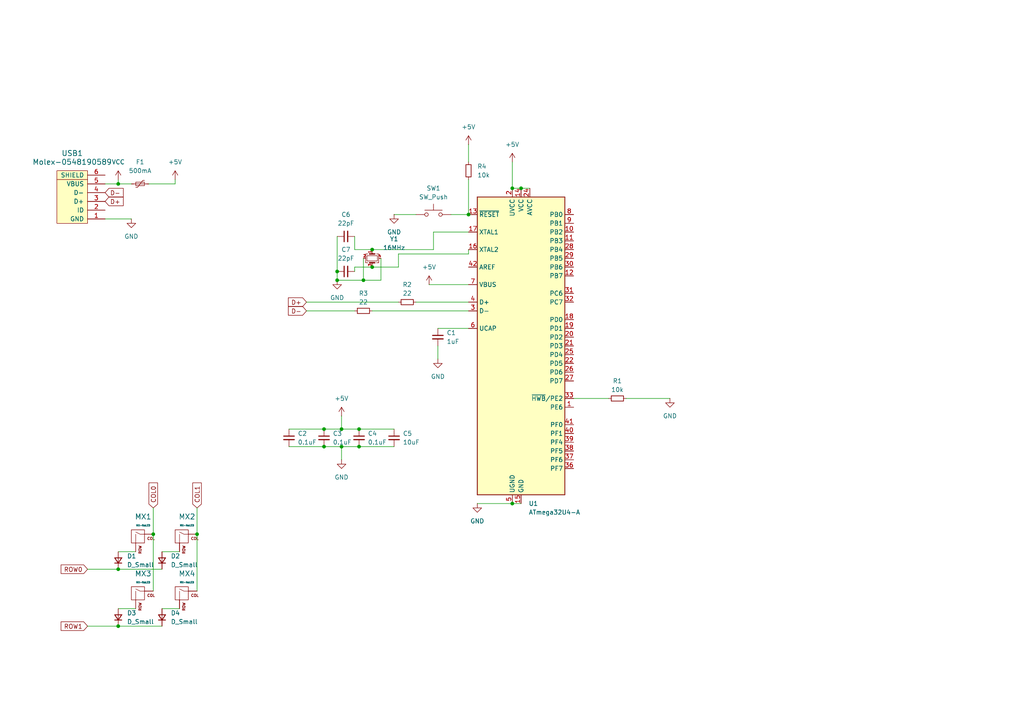
<source format=kicad_sch>
(kicad_sch (version 20231120) (generator "eeschema") (generator_version "8.0")
  (paper "A4")
  (lib_symbols
    (symbol "Device:C_Small" (pin_numbers hide) (pin_names (offset 0.254) hide)
      (property "Reference" "C" (at 0.254 1.778 0))
      (property "Value" "C_Small" (at 0.254 -2.032 0))
      (symbol "C_Small_0_1"
        (polyline (pts (xy -1.524 -0.508) (xy 1.524 -0.508)) (stroke (width 0.3302)))
        (polyline (pts (xy -1.524 0.508) (xy 1.524 0.508)) (stroke (width 0.3048)))
      )
      (symbol "C_Small_1_1"
        (pin passive line (at 0 2.54 270) (length 2.032) (name "~") (number "1"))
        (pin passive line (at 0 -2.54 90) (length 2.032) (name "~") (number "2"))
      )
    )
    (symbol "Device:Crystal_GND24_Small" (pin_names (offset 1.016) hide)
      (property "Reference" "Y" (at 1.27 4.445 0))
      (property "Value" "Crystal_GND24_Small" (at 1.27 2.54 0))
      (symbol "Crystal_GND24_Small_0_1"
        (rectangle (start -0.762 -1.524) (end 0.762 1.524))
        (polyline (pts (xy -1.27 -0.762) (xy -1.27 0.762)) (stroke (width 0.381)))
        (polyline (pts (xy 1.27 -0.762) (xy 1.27 0.762)) (stroke (width 0.381)))
        (polyline (pts (xy -1.27 -1.27) (xy -1.27 -1.905) (xy 1.27 -1.905) (xy 1.27 -1.27)))
        (polyline (pts (xy -1.27 1.27) (xy -1.27 1.905) (xy 1.27 1.905) (xy 1.27 1.27)))
      )
      (symbol "Crystal_GND24_Small_1_1"
        (pin passive line (at -2.54 0 0) (length 1.27) (name "1") (number "1"))
        (pin passive line (at 0 -2.54 90) (length 0.635) (name "2") (number "2"))
        (pin passive line (at 2.54 0 180) (length 1.27) (name "3") (number "3"))
        (pin passive line (at 0 2.54 270) (length 0.635) (name "4") (number "4"))
      )
    )
    (symbol "Device:D_Small" (pin_numbers hide) (pin_names (offset 0.254) hide)
      (property "Reference" "D" (at -1.27 2.032 0))
      (property "Value" "D_Small" (at -3.81 -2.032 0))
      (symbol "D_Small_0_1"
        (polyline (pts (xy -0.762 -1.016) (xy -0.762 1.016)) (stroke (width 0.254)))
        (polyline (pts (xy -0.762 0) (xy 0.762 0)))
        (polyline (pts (xy 0.762 -1.016) (xy -0.762 0) (xy 0.762 1.016) (xy 0.762 -1.016)) (stroke (width 0.254)))
      )
      (symbol "D_Small_1_1"
        (pin passive line (at -2.54 0 0) (length 1.778) (name "K") (number "1"))
        (pin passive line (at 2.54 0 180) (length 1.778) (name "A") (number "2"))
      )
    )
    (symbol "Device:Polyfuse_Small" (pin_numbers hide) (pin_names (offset 0))
      (property "Reference" "F" (at -1.905 0 90))
      (property "Value" "Polyfuse_Small" (at 1.905 0 90))
      (symbol "Polyfuse_Small_0_1"
        (rectangle (start -0.508 1.27) (end 0.508 -1.27))
        (polyline (pts (xy 0 2.54) (xy 0 -2.54)))
        (polyline (pts (xy -1.016 1.27) (xy -1.016 0.762) (xy 1.016 -0.762) (xy 1.016 -1.27)))
      )
      (symbol "Polyfuse_Small_1_1"
        (pin passive line (at 0 2.54 270) (length 0.635) (name "~") (number "1"))
        (pin passive line (at 0 -2.54 90) (length 0.635) (name "~") (number "2"))
      )
    )
    (symbol "Device:R_Small" (pin_numbers hide) (pin_names (offset 0.254) hide)
      (property "Reference" "R" (at 0.762 0.508 0))
      (property "Value" "R_Small" (at 0.762 -1.016 0))
      (symbol "R_Small_0_1"
        (rectangle (start -0.762 1.778) (end 0.762 -1.778) (stroke (width 0.2032)))
      )
      (symbol "R_Small_1_1"
        (pin passive line (at 0 2.54 270) (length 0.762) (name "~") (number "1"))
        (pin passive line (at 0 -2.54 90) (length 0.762) (name "~") (number "2"))
      )
    )
    (symbol "MCU_Microchip_ATmega:ATmega32U4-A"
      (property "Reference" "U" (at -12.7 44.45 0))
      (property "Value" "ATmega32U4-A" (at 2.54 -44.45 0))
      (symbol "ATmega32U4-A_0_1"
        (rectangle (start -12.7 -43.18) (end 12.7 43.18) (stroke (width 0.254)) (fill (type background)))
      )
      (symbol "ATmega32U4-A_1_1"
        (pin bidirectional line (at 15.24 -17.78 180) (length 2.54) (name "PE6") (number "1"))
        (pin bidirectional line (at 15.24 33.02 180) (length 2.54) (name "PB2") (number "10"))
        (pin bidirectional line (at 15.24 30.48 180) (length 2.54) (name "PB3") (number "11"))
        (pin bidirectional line (at 15.24 20.32 180) (length 2.54) (name "PB7") (number "12"))
        (pin input line (at -15.24 38.1 0) (length 2.54) (name "~{RESET}") (number "13"))
        (pin power_in line (at 0 45.72 270) (length 2.54) (name "VCC") (number "14"))
        (pin power_in line (at 0 -45.72 90) (length 2.54) (name "GND") (number "15"))
        (pin output line (at -15.24 27.94 0) (length 2.54) (name "XTAL2") (number "16"))
        (pin input line (at -15.24 33.02 0) (length 2.54) (name "XTAL1") (number "17"))
        (pin bidirectional line (at 15.24 7.62 180) (length 2.54) (name "PD0") (number "18"))
        (pin bidirectional line (at 15.24 5.08 180) (length 2.54) (name "PD1") (number "19"))
        (pin power_in line (at -2.54 45.72 270) (length 2.54) (name "UVCC") (number "2"))
        (pin bidirectional line (at 15.24 2.54 180) (length 2.54) (name "PD2") (number "20"))
        (pin bidirectional line (at 15.24 0 180) (length 2.54) (name "PD3") (number "21"))
        (pin bidirectional line (at 15.24 -5.08 180) (length 2.54) (name "PD5") (number "22"))
        (pin passive line (at 0 -45.72 90) (length 2.54) hide (name "GND") (number "23"))
        (pin power_in line (at 2.54 45.72 270) (length 2.54) (name "AVCC") (number "24"))
        (pin bidirectional line (at 15.24 -2.54 180) (length 2.54) (name "PD4") (number "25"))
        (pin bidirectional line (at 15.24 -7.62 180) (length 2.54) (name "PD6") (number "26"))
        (pin bidirectional line (at 15.24 -10.16 180) (length 2.54) (name "PD7") (number "27"))
        (pin bidirectional line (at 15.24 27.94 180) (length 2.54) (name "PB4") (number "28"))
        (pin bidirectional line (at 15.24 25.4 180) (length 2.54) (name "PB5") (number "29"))
        (pin bidirectional line (at -15.24 10.16 0) (length 2.54) (name "D-") (number "3"))
        (pin bidirectional line (at 15.24 22.86 180) (length 2.54) (name "PB6") (number "30"))
        (pin bidirectional line (at 15.24 15.24 180) (length 2.54) (name "PC6") (number "31"))
        (pin bidirectional line (at 15.24 12.7 180) (length 2.54) (name "PC7") (number "32"))
        (pin bidirectional line (at 15.24 -15.24 180) (length 2.54) (name "~{HWB}/PE2") (number "33"))
        (pin passive line (at 0 45.72 270) (length 2.54) hide (name "VCC") (number "34"))
        (pin passive line (at 0 -45.72 90) (length 2.54) hide (name "GND") (number "35"))
        (pin bidirectional line (at 15.24 -35.56 180) (length 2.54) (name "PF7") (number "36"))
        (pin bidirectional line (at 15.24 -33.02 180) (length 2.54) (name "PF6") (number "37"))
        (pin bidirectional line (at 15.24 -30.48 180) (length 2.54) (name "PF5") (number "38"))
        (pin bidirectional line (at 15.24 -27.94 180) (length 2.54) (name "PF4") (number "39"))
        (pin bidirectional line (at -15.24 12.7 0) (length 2.54) (name "D+") (number "4"))
        (pin bidirectional line (at 15.24 -25.4 180) (length 2.54) (name "PF1") (number "40"))
        (pin bidirectional line (at 15.24 -22.86 180) (length 2.54) (name "PF0") (number "41"))
        (pin passive line (at -15.24 22.86 0) (length 2.54) (name "AREF") (number "42"))
        (pin passive line (at 0 -45.72 90) (length 2.54) hide (name "GND") (number "43"))
        (pin passive line (at 2.54 45.72 270) (length 2.54) hide (name "AVCC") (number "44"))
        (pin passive line (at -2.54 -45.72 90) (length 2.54) (name "UGND") (number "5"))
        (pin passive line (at -15.24 5.08 0) (length 2.54) (name "UCAP") (number "6"))
        (pin input line (at -15.24 17.78 0) (length 2.54) (name "VBUS") (number "7"))
        (pin bidirectional line (at 15.24 38.1 180) (length 2.54) (name "PB0") (number "8"))
        (pin bidirectional line (at 15.24 35.56 180) (length 2.54) (name "PB1") (number "9"))
      )
    )
    (symbol "MX_Alps_Hybrid:MX-NoLED" (pin_names (offset 1.016))
      (property "Reference" "MX" (at -0.635 3.81 0))
      (property "Value" "MX-NoLED" (at -0.635 1.27 0))
      (symbol "MX-NoLED_0_0"
        (rectangle (start -2.54 2.54) (end 1.27 -1.27))
        (polyline (pts (xy -1.27 -1.27) (xy -1.27 1.27)) (stroke (width 0.127)))
        (polyline (pts (xy 1.27 1.27) (xy 0 1.27) (xy -1.27 1.905)) (stroke (width 0.127)))
        (text "COL" (at 3.175 0 0) (effects (font (size 0.762 0.762))))
        (text "ROW" (at 0 -1.905 900) (effects (font (size 0.762 0.762)) (justify right)))
      )
      (symbol "MX-NoLED_1_1"
        (pin passive line (at 3.81 1.27 180) (length 2.54) (name "COL") (number "1"))
        (pin passive line (at -1.27 -3.81 90) (length 2.54) (name "ROW") (number "2"))
      )
    )
    (symbol "Switch:SW_Push" (pin_numbers hide) (pin_names (offset 1.016) hide)
      (property "Reference" "SW" (at 1.27 2.54 0))
      (property "Value" "SW_Push" (at 0 -1.524 0))
      (symbol "SW_Push_0_1"
        (circle (center -2.032 0) (radius 0.508))
        (polyline (pts (xy 0 1.27) (xy 0 3.048)))
        (polyline (pts (xy 2.54 1.27) (xy -2.54 1.27)))
        (circle (center 2.032 0) (radius 0.508))
        (pin passive line (at -5.08 0 0) (length 2.54) (name "1") (number "1"))
        (pin passive line (at 5.08 0 180) (length 2.54) (name "2") (number "2"))
      )
    )
    (symbol "power:+5V" (power) (pin_numbers hide) (pin_names (offset 0) hide)
      (property "Value" "+5V" (at 0 3.556 0))
      (symbol "+5V_0_1"
        (polyline (pts (xy -0.762 1.27) (xy 0 2.54)))
        (polyline (pts (xy 0 0) (xy 0 2.54)))
        (polyline (pts (xy 0 2.54) (xy 0.762 1.27)))
      )
      (symbol "+5V_1_1"
        (pin power_in line (at 0 0 90) (length 0) (name "~") (number "1"))
      )
    )
    (symbol "power:GND" (power) (pin_numbers hide) (pin_names (offset 0) hide)
      (property "Value" "GND" (at 0 -3.81 0))
      (symbol "GND_0_1"
        (polyline (pts (xy 0 0) (xy 0 -1.27) (xy 1.27 -1.27) (xy 0 -2.54) (xy -1.27 -1.27) (xy 0 -1.27)))
      )
      (symbol "GND_1_1"
        (pin power_in line (at 0 0 270) (length 0) (name "~") (number "1"))
      )
    )
    (symbol "power:VCC" (power) (pin_numbers hide) (pin_names (offset 0) hide)
      (property "Value" "VCC" (at 0 3.556 0))
      (symbol "VCC_0_1"
        (polyline (pts (xy -0.762 1.27) (xy 0 2.54)))
        (polyline (pts (xy 0 0) (xy 0 2.54)))
        (polyline (pts (xy 0 2.54) (xy 0.762 1.27)))
      )
      (symbol "VCC_1_1"
        (pin power_in line (at 0 0 90) (length 0) (name "~") (number "1"))
      )
    )
    (symbol "random-keyboard-parts:Molex-0548190589" (pin_names (offset 1.016))
      (property "Reference" "USB" (at 0 7.62 0))
      (property "Value" "Molex-0548190589" (at 0 10.16 0))
      (symbol "Molex-0548190589_0_0"
        (polyline (pts (xy 6.35 -2.54) (xy 6.35 6.35)))
        (rectangle (start 8.89 -2.54) (end -6.35 6.35) (fill (type background)))
      )
      (symbol "Molex-0548190589_1_1"
        (pin input line (at -5.08 -7.62 90) (length 5.08) (name "GND") (number "1"))
        (pin input line (at -2.54 -7.62 90) (length 5.08) (name "ID") (number "2"))
        (pin input line (at 0 -7.62 90) (length 5.08) (name "D+") (number "3"))
        (pin input line (at 2.54 -7.62 90) (length 5.08) (name "D-") (number "4"))
        (pin input line (at 5.08 -7.62 90) (length 5.08) (name "VBUS") (number "5"))
        (pin input line (at 7.62 -7.62 90) (length 5.08) (name "SHIELD") (number "6"))
      )
    )
  )
  (junction (at 107.95 72.39))
  (junction (at 57.15 154.94))
  (junction (at 93.98 124.46))
  (junction (at 34.29 165.1))
  (junction (at 34.29 53.34))
  (junction (at 151.13 54.61))
  (junction (at 99.06 129.54))
  (junction (at 148.59 54.61))
  (junction (at 104.14 129.54))
  (junction (at 97.79 81.28))
  (junction (at 34.29 181.61))
  (junction (at 105.41 81.28))
  (junction (at 135.89 62.23))
  (junction (at 148.59 146.05))
  (junction (at 44.45 154.94))
  (junction (at 99.06 124.46))
  (junction (at 107.95 77.47))
  (junction (at 97.79 78.74))
  (junction (at 93.98 129.54))
  (junction (at 104.14 124.46))
  (wire (pts (xy 127 100.33) (xy 127 104.14)))
  (wire (pts (xy 99.06 129.54) (xy 104.14 129.54)))
  (wire (pts (xy 115.57 73.66) (xy 135.89 73.66)))
  (wire (pts (xy 57.15 147.32) (xy 57.15 154.94)))
  (wire (pts (xy 50.8 52.07) (xy 50.8 53.34)))
  (wire (pts (xy 115.57 77.47) (xy 115.57 73.66)))
  (wire (pts (xy 93.98 124.46) (xy 99.06 124.46)))
  (wire (pts (xy 104.14 124.46) (xy 114.3 124.46)))
  (wire (pts (xy 114.3 62.23) (xy 120.65 62.23)))
  (wire (pts (xy 148.59 54.61) (xy 151.13 54.61)))
  (wire (pts (xy 97.79 68.58) (xy 97.79 78.74)))
  (wire (pts (xy 135.89 41.91) (xy 135.89 46.99)))
  (wire (pts (xy 25.4 181.61) (xy 34.29 181.61)))
  (wire (pts (xy 88.9 90.17) (xy 102.87 90.17)))
  (wire (pts (xy 97.79 81.28) (xy 105.41 81.28)))
  (wire (pts (xy 43.18 53.34) (xy 50.8 53.34)))
  (wire (pts (xy 135.89 52.07) (xy 135.89 62.23)))
  (wire (pts (xy 99.06 129.54) (xy 99.06 133.35)))
  (wire (pts (xy 99.06 124.46) (xy 104.14 124.46)))
  (wire (pts (xy 34.29 53.34) (xy 38.1 53.34)))
  (wire (pts (xy 25.4 165.1) (xy 34.29 165.1)))
  (wire (pts (xy 102.87 77.47) (xy 107.95 77.47)))
  (wire (pts (xy 120.65 87.63) (xy 135.89 87.63)))
  (wire (pts (xy 105.41 74.93) (xy 105.41 81.28)))
  (wire (pts (xy 138.43 146.05) (xy 148.59 146.05)))
  (wire (pts (xy 124.46 82.55) (xy 135.89 82.55)))
  (wire (pts (xy 57.15 154.94) (xy 57.15 171.45)))
  (wire (pts (xy 107.95 77.47) (xy 115.57 77.47)))
  (wire (pts (xy 110.49 74.93) (xy 110.49 81.28)))
  (wire (pts (xy 151.13 54.61) (xy 153.67 54.61)))
  (wire (pts (xy 105.41 81.28) (xy 110.49 81.28)))
  (wire (pts (xy 130.81 62.23) (xy 135.89 62.23)))
  (wire (pts (xy 30.48 63.5) (xy 38.1 63.5)))
  (wire (pts (xy 44.45 154.94) (xy 44.45 171.45)))
  (wire (pts (xy 148.59 146.05) (xy 151.13 146.05)))
  (wire (pts (xy 102.87 78.74) (xy 102.87 77.47)))
  (wire (pts (xy 102.87 72.39) (xy 107.95 72.39)))
  (wire (pts (xy 107.95 90.17) (xy 135.89 90.17)))
  (wire (pts (xy 34.29 52.07) (xy 34.29 53.34)))
  (wire (pts (xy 46.99 160.02) (xy 52.07 160.02)))
  (wire (pts (xy 34.29 176.53) (xy 39.37 176.53)))
  (wire (pts (xy 127 95.25) (xy 135.89 95.25)))
  (wire (pts (xy 181.61 115.57) (xy 194.31 115.57)))
  (wire (pts (xy 99.06 120.65) (xy 99.06 124.46)))
  (wire (pts (xy 135.89 73.66) (xy 135.89 72.39)))
  (wire (pts (xy 34.29 165.1) (xy 46.99 165.1)))
  (wire (pts (xy 104.14 129.54) (xy 114.3 129.54)))
  (wire (pts (xy 93.98 129.54) (xy 99.06 129.54)))
  (wire (pts (xy 30.48 53.34) (xy 34.29 53.34)))
  (wire (pts (xy 88.9 87.63) (xy 115.57 87.63)))
  (wire (pts (xy 148.59 46.99) (xy 148.59 54.61)))
  (wire (pts (xy 97.79 78.74) (xy 97.79 81.28)))
  (wire (pts (xy 125.73 67.31) (xy 135.89 67.31)))
  (wire (pts (xy 83.82 124.46) (xy 93.98 124.46)))
  (wire (pts (xy 166.37 115.57) (xy 176.53 115.57)))
  (wire (pts (xy 107.95 72.39) (xy 125.73 72.39)))
  (wire (pts (xy 102.87 68.58) (xy 102.87 72.39)))
  (wire (pts (xy 125.73 72.39) (xy 125.73 67.31)))
  (wire (pts (xy 46.99 176.53) (xy 52.07 176.53)))
  (wire (pts (xy 83.82 129.54) (xy 93.98 129.54)))
  (wire (pts (xy 44.45 147.32) (xy 44.45 154.94)))
  (wire (pts (xy 34.29 181.61) (xy 46.99 181.61)))
  (wire (pts (xy 34.29 160.02) (xy 39.37 160.02)))
  (global_label "D+" (shape input) (at 88.9 87.63 180) (property "Intersheetrefs" "${INTERSHEET_REFS}" (effects (hide yes))))
  (global_label "D-" (shape input) (at 88.9 90.17 180) (property "Intersheetrefs" "${INTERSHEET_REFS}" (effects (hide yes))))
  (global_label "COL1" (shape input) (at 57.15 147.32 90) (property "Intersheetrefs" "${INTERSHEET_REFS}" (effects (hide yes))))
  (global_label "ROW1" (shape input) (at 25.4 181.61 180) (property "Intersheetrefs" "${INTERSHEET_REFS}" (effects (hide yes))))
  (global_label "D-" (shape input) (at 30.48 55.88 0) (property "Intersheetrefs" "${INTERSHEET_REFS}" (effects (hide yes))))
  (global_label "COL0" (shape input) (at 44.45 147.32 90) (property "Intersheetrefs" "${INTERSHEET_REFS}" (effects (hide yes))))
  (global_label "ROW0" (shape input) (at 25.4 165.1 180) (property "Intersheetrefs" "${INTERSHEET_REFS}" (effects (hide yes))))
  (global_label "D+" (shape input) (at 30.48 58.42 0) (property "Intersheetrefs" "${INTERSHEET_REFS}" (effects (hide yes))))
  (symbol (lib_id "power:GND") (at 194.31 115.57 0) (unit 1)
    (property "Reference" "#PWR03" (effects (hide yes)))
    (property "Value" "GND" (at 194.31 120.65 0))
    (property "Description" "Power symbol creates a global label with name \"GND\" , ground" (effects (hide yes)))
  )
  (symbol (lib_id "MCU_Microchip_ATmega:ATmega32U4-A") (at 151.13 100.33 0) (unit 1)
    (property "Reference" "U1" (at 153.3241 146.05 0) (effects (justify left)))
    (property "Value" "ATmega32U4-A" (at 153.3241 148.59 0) (effects (justify left)))
    (property "Footprint" "Package_QFP:TQFP-44_10x10mm_P0.8mm" (effects (hide yes)))
    (property "Datasheet" "http://ww1.microchip.com/downloads/en/DeviceDoc/Atmel-7766-8-bit-AVR-ATmega16U4-32U4_Datasheet.pdf" (effects (hide yes)))
    (property "Description" "16MHz, 32kB Flash, 2.5kB SRAM, 1kB EEPROM, USB 2.0, TQFP-44" (effects (hide yes)))
  )
  (symbol (lib_id "Device:C_Small") (at 127 97.79 0) (unit 1)
    (property "Reference" "C1" (at 129.54 96.5262 0) (effects (justify left)))
    (property "Value" "1uF" (at 129.54 99.0662 0) (effects (justify left)))
    (property "Footprint" "Capacitor_SMD:C_0805_2012Metric" (effects (hide yes)))
    (property "Description" "Unpolarized capacitor, small symbol" (effects (hide yes)))
  )
  (symbol (lib_id "MX_Alps_Hybrid:MX-NoLED") (at 53.34 172.72 0) (unit 1)
    (property "Reference" "MX4" (at 54.2352 166.37 0) (effects (font (size 1.524 1.524))))
    (property "Value" "MX-NoLED" (at 54.2352 168.91 0) (effects (font (size 0.508 0.508))))
    (property "Footprint" "MX_Alps_Hybrid:MX-1U-NoLED" (effects (hide yes)))
  )
  (symbol (lib_id "Device:R_Small") (at 105.41 90.17 90) (unit 1)
    (property "Reference" "R3" (at 105.41 85.09 90))
    (property "Value" "22" (at 105.41 87.63 90))
    (property "Footprint" "Resistor_SMD:R_0805_2012Metric" (effects (hide yes)))
    (property "Description" "Resistor, small symbol" (effects (hide yes)))
  )
  (symbol (lib_id "Device:R_Small") (at 135.89 49.53 0) (unit 1)
    (property "Reference" "R4" (at 138.43 48.2599 0) (effects (justify left)))
    (property "Value" "10k" (at 138.43 50.7999 0) (effects (justify left)))
    (property "Footprint" "Resistor_SMD:R_0805_2012Metric" (effects (hide yes)))
    (property "Description" "Resistor, small symbol" (effects (hide yes)))
  )
  (symbol (lib_id "power:GND") (at 138.43 146.05 0) (unit 1)
    (property "Reference" "#PWR02" (effects (hide yes)))
    (property "Value" "GND" (at 138.43 151.13 0))
    (property "Description" "Power symbol creates a global label with name \"GND\" , ground" (effects (hide yes)))
  )
  (symbol (lib_id "Device:C_Small") (at 93.98 127 0) (unit 1)
    (property "Reference" "C3" (at 96.52 125.7362 0) (effects (justify left)))
    (property "Value" "0.1uF" (at 96.52 128.2762 0) (effects (justify left)))
    (property "Footprint" "Capacitor_SMD:C_0805_2012Metric" (effects (hide yes)))
    (property "Description" "Unpolarized capacitor, small symbol" (effects (hide yes)))
  )
  (symbol (lib_id "power:GND") (at 38.1 63.5 0) (unit 1)
    (property "Reference" "#PWR013" (effects (hide yes)))
    (property "Value" "GND" (at 38.1 68.58 0))
    (property "Description" "Power symbol creates a global label with name \"GND\" , ground" (effects (hide yes)))
  )
  (symbol (lib_id "power:GND") (at 114.3 62.23 0) (unit 1)
    (property "Reference" "#PWR09" (effects (hide yes)))
    (property "Value" "GND" (at 114.3 67.31 0))
    (property "Description" "Power symbol creates a global label with name \"GND\" , ground" (effects (hide yes)))
  )
  (symbol (lib_id "Device:C_Small") (at 114.3 127 0) (unit 1)
    (property "Reference" "C5" (at 116.84 125.7362 0) (effects (justify left)))
    (property "Value" "10uF" (at 116.84 128.2762 0) (effects (justify left)))
    (property "Footprint" "Capacitor_SMD:C_0805_2012Metric" (effects (hide yes)))
    (property "Description" "Unpolarized capacitor, small symbol" (effects (hide yes)))
  )
  (symbol (lib_id "MX_Alps_Hybrid:MX-NoLED") (at 40.64 156.21 0) (unit 1)
    (property "Reference" "MX1" (at 41.5352 149.86 0) (effects (font (size 1.524 1.524))))
    (property "Value" "MX-NoLED" (at 41.5352 152.4 0) (effects (font (size 0.508 0.508))))
    (property "Footprint" "MX_Alps_Hybrid:MX-1U-NoLED" (effects (hide yes)))
  )
  (symbol (lib_id "Device:D_Small") (at 34.29 179.07 90) (unit 1)
    (property "Reference" "D3" (at 36.83 177.7999 90) (effects (justify right)))
    (property "Value" "D_Small" (at 36.83 180.3399 90) (effects (justify right)))
    (property "Footprint" "Diode_SMD:D_SOD-123" (effects (hide yes)))
    (property "Description" "Diode, small symbol" (effects (hide yes)))
    (property "Sim.Device" "D" (effects (hide yes)))
    (property "Sim.Pins" "1=K 2=A" (effects (hide yes)))
  )
  (symbol (lib_id "Device:D_Small") (at 46.99 162.56 90) (unit 1)
    (property "Reference" "D2" (at 49.53 161.2899 90) (effects (justify right)))
    (property "Value" "D_Small" (at 49.53 163.8299 90) (effects (justify right)))
    (property "Footprint" "Diode_SMD:D_SOD-123" (effects (hide yes)))
    (property "Description" "Diode, small symbol" (effects (hide yes)))
    (property "Sim.Device" "D" (effects (hide yes)))
    (property "Sim.Pins" "1=K 2=A" (effects (hide yes)))
  )
  (symbol (lib_id "Switch:SW_Push") (at 125.73 62.23 0) (unit 1)
    (property "Reference" "SW1" (at 125.73 54.61 0))
    (property "Value" "SW_Push" (at 125.73 57.15 0))
    (property "Footprint" "random-keyboard-parts:SKQG-1155865" (effects (hide yes)))
    (property "Description" "Push button switch, generic, two pins" (effects (hide yes)))
  )
  (symbol (lib_id "Device:Crystal_GND24_Small") (at 107.95 74.93 270) (unit 1)
    (property "Reference" "Y1" (at 114.3 69.3098 90))
    (property "Value" "16MHz" (at 114.3 71.8498 90))
    (property "Footprint" "Crystal:Crystal_SMD_3225-4Pin_3.2x2.5mm" (effects (hide yes)))
    (property "Description" "Four pin crystal, GND on pins 2 and 4, small symbol" (effects (hide yes)))
  )
  (symbol (lib_id "MX_Alps_Hybrid:MX-NoLED") (at 53.34 156.21 0) (unit 1)
    (property "Reference" "MX2" (at 54.2352 149.86 0) (effects (font (size 1.524 1.524))))
    (property "Value" "MX-NoLED" (at 54.2352 152.4 0) (effects (font (size 0.508 0.508))))
    (property "Footprint" "MX_Alps_Hybrid:MX-1U-NoLED" (effects (hide yes)))
  )
  (symbol (lib_id "power:+5V") (at 99.06 120.65 0) (unit 1)
    (property "Reference" "#PWR06" (effects (hide yes)))
    (property "Value" "+5V" (at 99.06 115.57 0))
    (property "Description" "Power symbol creates a global label with name \"+5V\"" (effects (hide yes)))
  )
  (symbol (lib_id "power:VCC") (at 34.29 52.07 0) (unit 1)
    (property "Reference" "#PWR012" (effects (hide yes)))
    (property "Value" "VCC" (at 34.29 46.99 0))
    (property "Description" "Power symbol creates a global label with name \"VCC\"" (effects (hide yes)))
  )
  (symbol (lib_id "power:GND") (at 127 104.14 0) (unit 1)
    (property "Reference" "#PWR04" (effects (hide yes)))
    (property "Value" "GND" (at 127 109.22 0))
    (property "Description" "Power symbol creates a global label with name \"GND\" , ground" (effects (hide yes)))
  )
  (symbol (lib_id "power:+5V") (at 124.46 82.55 0) (unit 1)
    (property "Reference" "#PWR07" (effects (hide yes)))
    (property "Value" "+5V" (at 124.46 77.47 0))
    (property "Description" "Power symbol creates a global label with name \"+5V\"" (effects (hide yes)))
  )
  (symbol (lib_id "power:+5V") (at 135.89 41.91 0) (unit 1)
    (property "Reference" "#PWR010" (effects (hide yes)))
    (property "Value" "+5V" (at 135.89 36.83 0))
    (property "Description" "Power symbol creates a global label with name \"+5V\"" (effects (hide yes)))
  )
  (symbol (lib_id "random-keyboard-parts:Molex-0548190589") (at 22.86 58.42 90) (unit 1)
    (property "Reference" "USB1" (at 20.955 44.45 90) (effects (font (size 1.524 1.524))))
    (property "Value" "Molex-0548190589" (at 20.955 46.99 90) (effects (font (size 1.524 1.524))))
    (property "Footprint" "random-keyboard-parts:Molex-0548190589" (effects (hide yes)))
  )
  (symbol (lib_id "power:+5V") (at 50.8 52.07 0) (unit 1)
    (property "Reference" "#PWR011" (effects (hide yes)))
    (property "Value" "+5V" (at 50.8 46.99 0))
    (property "Description" "Power symbol creates a global label with name \"+5V\"" (effects (hide yes)))
  )
  (symbol (lib_id "power:+5V") (at 148.59 46.99 0) (unit 1)
    (property "Reference" "#PWR01" (effects (hide yes)))
    (property "Value" "+5V" (at 148.59 41.91 0))
    (property "Description" "Power symbol creates a global label with name \"+5V\"" (effects (hide yes)))
  )
  (symbol (lib_id "Device:C_Small") (at 100.33 68.58 90) (unit 1)
    (property "Reference" "C6" (at 100.3363 62.23 90))
    (property "Value" "22pF" (at 100.3363 64.77 90))
    (property "Footprint" "Capacitor_SMD:C_0805_2012Metric" (effects (hide yes)))
    (property "Description" "Unpolarized capacitor, small symbol" (effects (hide yes)))
  )
  (symbol (lib_id "power:GND") (at 99.06 133.35 0) (unit 1)
    (property "Reference" "#PWR05" (effects (hide yes)))
    (property "Value" "GND" (at 99.06 138.43 0))
    (property "Description" "Power symbol creates a global label with name \"GND\" , ground" (effects (hide yes)))
  )
  (symbol (lib_id "MX_Alps_Hybrid:MX-NoLED") (at 40.64 172.72 0) (unit 1)
    (property "Reference" "MX3" (at 41.5352 166.37 0) (effects (font (size 1.524 1.524))))
    (property "Value" "MX-NoLED" (at 41.5352 168.91 0) (effects (font (size 0.508 0.508))))
    (property "Footprint" "MX_Alps_Hybrid:MX-1U-NoLED" (effects (hide yes)))
  )
  (symbol (lib_id "Device:D_Small") (at 34.29 162.56 90) (unit 1)
    (property "Reference" "D1" (at 36.83 161.2899 90) (effects (justify right)))
    (property "Value" "D_Small" (at 36.83 163.8299 90) (effects (justify right)))
    (property "Footprint" "Diode_SMD:D_SOD-123" (effects (hide yes)))
    (property "Description" "Diode, small symbol" (effects (hide yes)))
    (property "Sim.Device" "D" (effects (hide yes)))
    (property "Sim.Pins" "1=K 2=A" (effects (hide yes)))
  )
  (symbol (lib_id "Device:R_Small") (at 179.07 115.57 270) (unit 1)
    (property "Reference" "R1" (at 179.07 110.49 90))
    (property "Value" "10k" (at 179.07 113.03 90))
    (property "Footprint" "Resistor_SMD:R_0805_2012Metric" (effects (hide yes)))
    (property "Description" "Resistor, small symbol" (effects (hide yes)))
  )
  (symbol (lib_id "Device:Polyfuse_Small") (at 40.64 53.34 90) (unit 1)
    (property "Reference" "F1" (at 40.64 46.99 90))
    (property "Value" "500mA" (at 40.64 49.53 90))
    (property "Footprint" "Fuse:Fuse_1206_3216Metric" (effects (hide yes)))
    (property "Description" "Resettable fuse, polymeric positive temperature coefficient, small symbol" (effects (hide yes)))
  )
  (symbol (lib_id "Device:C_Small") (at 104.14 127 0) (unit 1)
    (property "Reference" "C4" (at 106.68 125.7362 0) (effects (justify left)))
    (property "Value" "0.1uF" (at 106.68 128.2762 0) (effects (justify left)))
    (property "Footprint" "Capacitor_SMD:C_0805_2012Metric" (effects (hide yes)))
    (property "Description" "Unpolarized capacitor, small symbol" (effects (hide yes)))
  )
  (symbol (lib_id "Device:D_Small") (at 46.99 179.07 90) (unit 1)
    (property "Reference" "D4" (at 49.53 177.7999 90) (effects (justify right)))
    (property "Value" "D_Small" (at 49.53 180.3399 90) (effects (justify right)))
    (property "Footprint" "Diode_SMD:D_SOD-123" (effects (hide yes)))
    (property "Description" "Diode, small symbol" (effects (hide yes)))
    (property "Sim.Device" "D" (effects (hide yes)))
    (property "Sim.Pins" "1=K 2=A" (effects (hide yes)))
  )
  (symbol (lib_id "power:GND") (at 97.79 81.28 0) (unit 1)
    (property "Reference" "#PWR08" (effects (hide yes)))
    (property "Value" "GND" (at 97.79 86.36 0))
    (property "Description" "Power symbol creates a global label with name \"GND\" , ground" (effects (hide yes)))
  )
  (symbol (lib_id "Device:C_Small") (at 100.33 78.74 90) (unit 1)
    (property "Reference" "C7" (at 100.3363 72.39 90))
    (property "Value" "22pF" (at 100.3363 74.93 90))
    (property "Footprint" "Capacitor_SMD:C_0805_2012Metric" (effects (hide yes)))
    (property "Description" "Unpolarized capacitor, small symbol" (effects (hide yes)))
  )
  (symbol (lib_id "Device:R_Small") (at 118.11 87.63 90) (unit 1)
    (property "Reference" "R2" (at 118.11 82.55 90))
    (property "Value" "22" (at 118.11 85.09 90))
    (property "Footprint" "Resistor_SMD:R_0805_2012Metric" (effects (hide yes)))
    (property "Description" "Resistor, small symbol" (effects (hide yes)))
  )
  (symbol (lib_id "Device:C_Small") (at 83.82 127 0) (unit 1)
    (property "Reference" "C2" (at 86.36 125.7362 0) (effects (justify left)))
    (property "Value" "0.1uF" (at 86.36 128.2762 0) (effects (justify left)))
    (property "Footprint" "Capacitor_SMD:C_0805_2012Metric" (effects (hide yes)))
    (property "Description" "Unpolarized capacitor, small symbol" (effects (hide yes)))
  )
)
</source>
